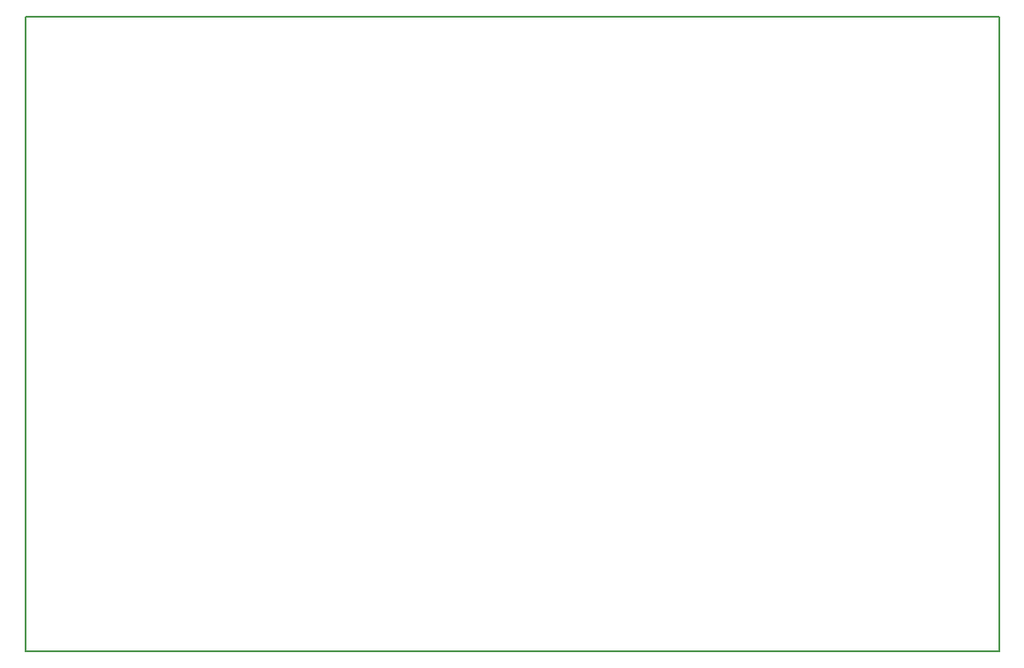
<source format=gbr>
%FSLAX34Y34*%
%MOMM*%
%LNOUTLINE*%
G71*
G01*
%ADD10C, 0.150*%
%LPD*%
G54D10*
X940000Y-5000D02*
X5000Y-5000D01*
X5000Y-615000D01*
X940000Y-615000D01*
X940000Y-5000D01*
M02*

</source>
